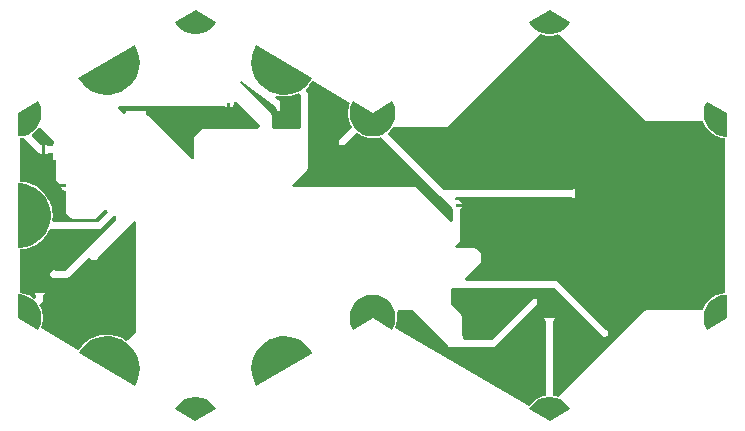
<source format=gbr>
%FSTAX23Y23*%
%MOIN*%
%SFA1B1*%

%IPPOS*%
%AMD21*
4,1,8,-0.019700,0.000000,-0.019700,0.000000,0.000000,-0.019700,0.000000,-0.019700,0.019700,0.000000,0.019700,0.000000,0.000000,0.019700,0.000000,0.019700,-0.019700,0.000000,0.0*
1,1,0.039370,0.000000,0.000000*
1,1,0.039370,0.000000,0.000000*
1,1,0.039370,0.000000,0.000000*
1,1,0.039370,0.000000,0.000000*
%
%AMD28*
4,1,8,-0.009800,0.017100,-0.009800,0.017100,-0.017100,-0.009800,-0.017100,-0.009800,0.009900,-0.017100,0.009900,-0.017100,0.017100,0.009800,0.017100,0.009800,-0.009800,0.017100,0.0*
1,1,0.039370,0.000000,0.000000*
1,1,0.039370,0.000000,0.000000*
1,1,0.039370,0.000000,0.000000*
1,1,0.039370,0.000000,0.000000*
%
%AMD29*
4,1,8,-0.009800,-0.017100,-0.009800,-0.017100,0.017100,-0.009800,0.017100,-0.009800,0.009800,0.017100,0.009800,0.017100,-0.017100,0.009800,-0.017100,0.009800,-0.009800,-0.017100,0.0*
1,1,0.039370,0.000000,0.000000*
1,1,0.039370,0.000000,0.000000*
1,1,0.039370,0.000000,0.000000*
1,1,0.039370,0.000000,0.000000*
%
%ADD19R,0.025197X0.035039*%
G04~CAMADD=21~8~0.0~0.0~393.7~393.7~196.9~0.0~15~0.0~0.0~0.0~0.0~0~0.0~0.0~0.0~0.0~0~0.0~0.0~0.0~90.0~394.0~393.0*
%ADD21D21*%
G04~CAMADD=28~8~0.0~0.0~393.7~393.7~196.9~0.0~15~0.0~0.0~0.0~0.0~0~0.0~0.0~0.0~0.0~0~0.0~0.0~0.0~30.0~392.0~392.0*
%ADD28D28*%
G04~CAMADD=29~8~0.0~0.0~393.7~393.7~196.9~0.0~15~0.0~0.0~0.0~0.0~0~0.0~0.0~0.0~0.0~0~0.0~0.0~0.0~150.0~392.0~392.0*
%ADD29D29*%
%ADD31C,0.011811*%
%ADD32C,0.035000*%
%ADD33C,0.028000*%
%ADD34C,0.061811*%
%ADD35R,0.061811X0.061811*%
%ADD36C,0.015748*%
%ADD38R,0.033465X0.011811*%
%ADD39R,0.074803X0.015750*%
%ADD40R,0.031496X0.037401*%
%ADD41R,0.224409X0.224409*%
%ADD42R,0.019685X0.035433*%
%ADD43R,0.011811X0.033465*%
%ADD44R,0.035039X0.025197*%
%ADD45R,0.043000X0.055000*%
%ADD46R,0.055000X0.043000*%
%ADD47R,0.023622X0.031496*%
G36*
X00648Y00644D02*
X00645Y00638D01*
X00636Y00628*
X00626Y00619*
X00614Y00612*
X00601Y00607*
X00588Y00604*
X00574Y00604*
X0056Y00607*
X00547Y00612*
X00535Y00619*
X00525Y00628*
X00516Y00639*
X00513Y00645*
X00581Y00684*
X00648Y00644*
G37*
G36*
X-00532D02*
X-00535Y00638D01*
X-00544Y00628*
X-00554Y00619*
X-00566Y00612*
X-00579Y00607*
X-00593Y00604*
X-00606Y00604*
X-0062Y00607*
X-00633Y00612*
X-00645Y00619*
X-00655Y00628*
X-00664Y00639*
X-00667Y00645*
X-00599Y00684*
X-00532Y00644*
G37*
G36*
X-0021Y00459D02*
X-00214Y00451D01*
X-00224Y00437*
X-00237Y00426*
X-00251Y00416*
X-00267Y00409*
X-00284Y00404*
X-00301Y00402*
X-00318Y00403*
X-00335Y00407*
X-00351Y00413*
X-00366Y00422*
X-00379Y00432*
X-00391Y00445*
X-004Y0046*
X-00407Y00476*
X-00411Y00492*
X-00413Y0051*
X-00412Y00527*
X-00408Y00544*
X-00402Y0056*
X-00397Y00567*
X-0021Y00459*
G37*
G36*
X-00797Y00559D02*
X-00791Y00543D01*
X-00787Y00527*
X-00786Y00509*
X-00788Y00492*
X-00792Y00475*
X-00799Y0046*
X-00808Y00445*
X-0082Y00432*
X-00833Y00421*
X-00848Y00413*
X-00864Y00407*
X-00881Y00403*
X-00898Y00402*
X-00915Y00404*
X-00932Y00409*
X-00948Y00416*
X-00962Y00426*
X-00975Y00437*
X-00985Y00451*
X-0099Y00459*
X-00802Y00567*
X-00797Y00559*
G37*
G36*
X-00386Y00303D02*
X-00386Y00295D01*
X-00393Y0029*
X-00398*
X-00402Y00289*
X-00574*
X-00578Y00288*
X-00581Y00285*
X-00599Y00267*
X-00602Y00264*
X-00603Y00259*
Y0019*
X-00611Y00187*
X-00752Y00329*
X-00756Y00331*
X-0076Y00332*
X-00765Y00337*
Y00347*
X-0083*
Y00341*
X-00838Y00337*
X-00858Y00358*
X-00855Y00365*
X-00503*
X-00499Y00361*
X-00493Y00359*
Y00376*
X-00483*
Y00359*
X-00478Y00361*
X-00473Y00366*
X-00471Y00373*
Y00377*
X-00463Y0038*
X-00386Y00303*
G37*
G36*
X00558Y00602D02*
X00559Y00602D01*
X00559Y00602*
X00573Y00599*
X00573Y00599*
X00574Y00599*
X00588Y00599*
X00588Y00599*
X00588Y00599*
X00602Y00602*
X00602Y00602*
X00603Y00602*
X0061Y00604*
X00898Y00317*
X00902Y00314*
X00906Y00314*
X01093*
X01096Y00306*
X01096Y00306*
X01097Y00305*
X01103Y00293*
X01104Y00293*
X01104Y00292*
X01113Y00282*
X01113Y00282*
X01114Y00281*
X01124Y00272*
X01125Y00272*
X01125Y00272*
X01137Y00265*
X01137Y00265*
X01138Y00265*
X01151Y0026*
X01151Y0026*
X01152Y0026*
X01164Y00258*
Y-00258*
X01152Y-0026*
X01151Y-00261*
X01151Y-0026*
X01138Y-00265*
X01137Y-00265*
X01137Y-00265*
X01125Y-00272*
X01125Y-00272*
X01124Y-00273*
X01113Y-00281*
X01113Y-00282*
X01113Y-00282*
X01104Y-00293*
X01104Y-00293*
X01103Y-00293*
X01096Y-00305*
X01096Y-00306*
X01096Y-00306*
X01093Y-00314*
X00906*
X00902Y-00314*
X00898Y-00317*
X0061Y-00605*
X00603Y-00602*
X00602Y-00602*
X00602Y-00602*
X00592Y-006*
Y-00351*
X00596Y-00347*
X00598Y-00342*
X00563*
X00565Y-00347*
X00569Y-00351*
Y-006*
X00559Y-00602*
X00559Y-00602*
X00558Y-00602*
X00545Y-00607*
X00545Y-00607*
X00544Y-00607*
X00533Y-00614*
X00532Y-00614*
X00532Y-00615*
X00521Y-00624*
X00521Y-00624*
X00521Y-00624*
X00513Y-00634*
X00065Y-00375*
X00069Y-00364*
X00069Y-00363*
X0007Y-00363*
X00072Y-00349*
X00072Y-00349*
X00072Y-00348*
X00072Y-00335*
X00072Y-00334*
X00072Y-00334*
X00071Y-00324*
X00076Y-00317*
X00077Y-00316*
X00124*
X00243Y-00434*
X00246Y-00437*
X0025Y-00438*
Y-00438*
X00392*
X00392Y-00438*
X00396Y-00437*
X004Y-00434*
X0054Y-00294*
Y-00279*
X00524*
X00388Y-00415*
X00295*
X00295Y-00415*
X00291Y-00408*
X00291Y-00406*
Y-00401*
X0029Y-00397*
Y-0034*
X00289Y-00335*
X00286Y-00332*
Y-00332*
X00251Y-00296*
Y-00248*
X00257Y-00242*
X00262*
X00266Y-00241*
X00597*
X00752Y-00396*
X00754Y-004*
X00757Y-00403*
X00762Y-00405*
X00767*
X00772Y-00403*
X00775Y-004*
X00777Y-00395*
Y-0039*
X00775Y-00385*
X00772Y-00382*
X00768Y-0038*
X00609Y-00222*
X00606Y-00219*
X00601Y-00218*
X00601*
X00301*
X00298Y-00211*
X00349Y-00159*
Y-00159*
X00352Y-00156*
X00353Y-00152*
Y-0013*
X00352Y-00125*
X00349Y-00122*
Y-00122*
X0034Y-00113*
X00337Y-0011*
X00332Y-00109*
X00332*
X00269*
X00266Y-00102*
X00278Y-00089*
X00281Y-00086*
X00282Y-00082*
Y-00082*
Y00021*
X00286Y00025*
X00288Y0003*
X0027*
Y0004*
X00288*
X00286Y00045*
X00281Y0005*
X00274Y00053*
X00267*
X00267Y00054*
X0027Y00061*
X00655*
X00659Y00057*
X00664Y00055*
Y00072*
Y0009*
X00659Y00088*
X00655Y00084*
X0023*
X00215Y00098*
X00043Y0027*
X00044Y00278*
X00048Y00281*
X00048Y00282*
X00048Y00282*
X00057Y00293*
X00057Y00293*
X00058Y00293*
X00058Y00294*
X00235*
X00235Y00294*
X0024Y00294*
X00243Y00297*
X00551Y00605*
X00558Y00602*
G37*
G36*
X-00331Y00363D02*
Y0036D01*
X-00328Y00353*
X-00323Y00348*
X-00318Y00346*
Y00363*
Y00381*
X-00334Y00393*
X-00331Y004*
X-00319Y00398*
X-00319Y00398*
X-00318Y00398*
X-00301Y00397*
X-00301Y00397*
X-003Y00397*
X-00283Y00399*
X-00283Y00399*
X-00282Y00399*
X-00266Y00404*
X-00265Y00404*
X-00265Y00404*
X-00255Y00409*
X-00249Y00402*
Y00292*
X-00256Y0029*
X-0034*
X-00346Y00296*
Y00333*
Y00333*
X-00347Y00337*
X-00349Y00341*
X-00452Y00444*
X-00447Y00449*
X-00331Y00363*
G37*
G36*
X-00009Y00343D02*
X00056Y00381D01*
X00059Y00375*
X00064Y00362*
X00067Y00348*
X00067Y00335*
X00065Y00321*
X0006Y00308*
X00053Y00296*
X00044Y00286*
X00034Y00277*
X00022Y0027*
X00009Y00266*
X-00004Y00264*
X-00009Y00264*
X-00014Y00264*
X-00027Y00266*
X-00041Y0027*
X-00053Y00277*
X-00063Y00286*
X-00072Y00296*
X-00079Y00308*
X-00084Y00321*
X-00086Y00335*
X-00086Y00348*
X-00083Y00362*
X-00078Y00375*
X-00075Y00381*
X-00009Y00343*
G37*
G36*
X-01121Y00375D02*
X-01116Y00362D01*
X-01113Y00348*
X-01113Y00335*
X-01115Y00321*
X-0112Y00308*
X-01127Y00296*
X-01136Y00286*
X-01146Y00277*
X-01158Y0027*
X-01171Y00266*
X-01185Y00264*
X-01192Y00264*
Y00342*
X-01124Y00381*
X-01121Y00375*
G37*
G36*
X01173Y00341D02*
X01173Y00263D01*
X01166Y00263*
X01153Y00265*
X0114Y0027*
X01128Y00277*
X01117Y00285*
X01108Y00296*
X01101Y00308*
X01097Y00321*
X01094Y00334*
X01094Y00348*
X01097Y00362*
X01102Y00375*
X01106Y0038*
X01173Y00341*
G37*
G36*
X-01114Y00292D02*
X-01114Y0029D01*
X-01111Y00287*
X-01074Y0025*
X-01071Y00247*
X-0107Y00247*
X-01071Y00239*
X-01074*
Y00231*
X-0109*
X-01094Y00235*
X-011Y00237*
Y00219*
Y00202*
X-01094Y00204*
X-0109Y00208*
X-01074*
Y00184*
X-01065*
Y00123*
X-01065Y00123*
X-01064Y00119*
X-01062Y00116*
X-01051Y00105*
X-0103*
Y00095*
X-01048*
X-01046Y0009*
X-01041Y00085*
X-01034Y00082*
X-01032*
Y00014*
Y00014*
X-01031Y00009*
X-01029Y00006*
X-01013Y-00009*
X-01009Y-00012*
X-01005Y-00013*
X-00939*
X-00939Y-00013*
X-00935Y-00012*
X-00932Y-00009*
X-00908Y00014*
Y00014*
X-00905Y00017*
X-00905Y00018*
X-00896*
X-00892Y0001*
X-00926Y-00022*
X-01073*
X-01078Y-00016*
X-01077Y-00009*
X-01077Y-00009*
X-01076Y-00008*
X-01076Y00008*
X-01077Y00008*
X-01077Y00009*
X-01079Y00026*
X-0108Y00026*
X-01079Y00027*
X-01085Y00043*
X-01085Y00043*
X-01085Y00044*
X-01093Y00059*
X-01093Y00059*
X-01094Y0006*
X-01104Y00074*
X-01104Y00074*
X-01104Y00074*
X-01117Y00087*
X-01117Y00087*
X-01117Y00087*
X-01131Y00097*
X-01132Y00097*
X-01132Y00098*
X-01148Y00105*
X-01148Y00105*
X-01148Y00105*
X-01165Y00111*
X-01165Y00111*
X-01166Y00111*
X-01183Y00113*
X-01183Y00113*
Y00258*
X-01172Y0026*
X-01171Y00258*
X-01124Y00212*
X-01121Y00209*
X-01119Y00209*
X-01115Y00204*
X-0111Y00202*
Y00219*
Y00237*
X-01115Y00235*
X-01115Y00234*
X-01145Y00264*
X-01144Y0027*
X-01143Y00273*
X-01143Y00273*
X-01132Y00281*
X-01132Y00282*
X-01132Y00282*
X-01123Y00293*
X-01123Y00293*
X-01122Y00293*
X-01114Y00292*
G37*
G36*
X-00084Y00375D02*
X-00088Y00364D01*
X-00088Y00363*
X-00088Y00363*
X-00091Y00349*
X-00091Y00349*
X-00091Y00348*
X-00091Y00335*
X-00091Y00334*
X-00091Y00334*
X-00089Y0032*
X-00089Y0032*
X-00089Y00319*
X-00084Y00306*
X-00084Y00306*
X-00084Y00305*
X-00077Y00294*
X-00121Y00251*
Y00235*
X-00105*
X-00062Y00278*
X-00056Y00273*
X-00055Y00272*
X-00055Y00272*
X-00043Y00265*
X-00043Y00265*
X-00042Y00265*
X-00029Y0026*
X-00029Y00261*
X-00028Y0026*
X-00015Y00258*
X-00014Y00258*
X-00014Y00258*
X-00009Y00258*
X-00004Y00258*
X-00004Y00258*
X-00003Y00258*
X00009Y0026*
X0001Y00261*
X0001Y0026*
X00019Y00263*
X00199Y00083*
X00217Y00065*
X00254Y00027*
X00255Y00025*
X00259Y00021*
Y-00018*
X00259Y-00019*
X00252Y-00022*
X00137Y00092*
X00134Y00094*
X00129Y00095*
X00129*
X-00273*
X-00277Y00103*
X-0023Y0015*
X-00227Y00153*
X-00226Y00157*
Y00407*
Y00407*
X-00227Y00411*
X-0023Y00415*
X-0023Y00415*
X-0023Y00415*
X-00229Y00426*
X-00221Y00433*
X-00221Y00434*
X-0022Y00434*
X-0021Y00448*
X-00209Y00448*
X-00084Y00375*
G37*
G36*
X-00864Y-00003D02*
Y-00015D01*
X-01034Y-00185*
X-01063*
X-01067Y-00183*
X-01072*
X-01077Y-00185*
X-01081Y-00189*
X-01083Y-00193*
Y-00199*
X-01081Y-00203*
X-01077Y-00207*
X-01072Y-00209*
X-01067*
X-01063Y-00207*
X-01029*
X-01025Y-00206*
X-01021Y-00204*
X-00959Y-00141*
X-0095Y-00143*
X-00949Y-00144*
X-00946Y-00147*
X-00941Y-00149*
X-00936*
X-00931Y-00147*
X-00928Y-00144*
X-00926Y-0014*
X-00804Y-00018*
X-00797Y-00021*
Y-00387*
X-00823Y-00414*
X-0083Y-00417*
X-00845Y-00408*
X-00846Y-00408*
X-00846Y-00408*
X-00862Y-00402*
X-00862Y-00402*
X-00863Y-00401*
X-0088Y-00398*
X-0088Y-00398*
X-00881Y-00398*
X-00898Y-00397*
X-00898Y-00397*
X-00899Y-00397*
X-00916Y-00399*
X-00916Y-00399*
X-00917Y-00399*
X-00933Y-00404*
X-00934Y-00404*
X-00934Y-00404*
X-0095Y-00411*
X-0095Y-00412*
X-00951Y-00412*
X-00965Y-00421*
X-00965Y-00422*
X-00966Y-00422*
X-00978Y-00433*
X-00978Y-00434*
X-00979Y-00434*
X-00989Y-00448*
X-0099Y-00448*
X-01115Y-00375*
X-01111Y-00364*
X-01111Y-00363*
X-01111Y-00363*
X-01108Y-00349*
X-01108Y-00349*
X-01108Y-00348*
X-01108Y-00335*
X-01108Y-00334*
X-01108Y-00334*
X-0111Y-0032*
X-0111Y-0032*
X-0111Y-00319*
X-01115Y-00306*
X-01115Y-00306*
X-01115Y-00305*
X-0112Y-00297*
X-0111Y-00288*
X-01108Y-00284*
X-01107Y-0028*
Y-00267*
X-01103Y-00263*
X-01101Y-00258*
X-01135*
X-01133Y-00263*
X-0113Y-00266*
X-0113Y-00273*
X-01137Y-00278*
X-01143Y-00272*
X-01143Y-00272*
X-01144Y-00272*
X-01156Y-00265*
X-01156Y-00265*
X-01157Y-00265*
X-0117Y-0026*
X-0117Y-0026*
X-01171Y-0026*
X-01183Y-00258*
Y-00114*
X-01183Y-00113*
X-01166Y-00111*
X-01165Y-00111*
X-01165Y-00111*
X-01148Y-00106*
X-01148Y-00105*
X-01148Y-00105*
X-01132Y-00098*
X-01132Y-00097*
X-01131Y-00097*
X-01117Y-00087*
X-01117Y-00087*
X-01117Y-00087*
X-01104Y-00075*
X-01104Y-00074*
X-01104Y-00074*
X-01094Y-0006*
X-01093Y-0006*
X-01093Y-0006*
X-01085Y-00045*
X-00921*
X-00921*
X-00917Y-00044*
X-00913Y-00041*
X-00872Y0*
X-00864Y-00003*
G37*
G36*
X-01166Y00105D02*
X-0115Y001D01*
X-01135Y00093*
X-0112Y00083*
X-01108Y00071*
X-01098Y00057*
X-0109Y00041*
X-01085Y00025*
X-01082Y00008*
X-01082Y-00008*
X-01085Y-00025*
X-0109Y-00042*
X-01098Y-00057*
X-01108Y-00071*
X-01121Y-00083*
X-01135Y-00093*
X-0115Y-00101*
X-01167Y-00106*
X-01184Y-00108*
X-01192Y-00108*
X-01192Y00108*
X-01184Y00108*
X-01166Y00105*
G37*
G36*
X00009Y-00266D02*
X00022Y-0027D01*
X00034Y-00277*
X00044Y-00286*
X00053Y-00296*
X0006Y-00308*
X00065Y-00321*
X00067Y-00335*
X00067Y-00348*
X00064Y-00362*
X00059Y-00375*
X00056Y-00381*
X-00009Y-00343*
X-00075Y-00381*
X-00078Y-00375*
X-00083Y-00362*
X-00086Y-00348*
X-00086Y-00335*
X-00084Y-00321*
X-00079Y-00308*
X-00072Y-00296*
X-00063Y-00286*
X-00053Y-00277*
X-00041Y-0027*
X-00027Y-00266*
X-00014Y-00264*
X-00009Y-00264*
X-00004Y-00264*
X00009Y-00266*
G37*
G36*
X-01171Y-00265D02*
X-01158Y-0027D01*
X-01146Y-00277*
X-01136Y-00285*
X-01127Y-00296*
X-0112Y-00308*
X-01115Y-00321*
X-01113Y-00334*
X-01113Y-00348*
X-01116Y-00362*
X-01121Y-00375*
X-01124Y-0038*
X-01192Y-00341*
X-01192Y-00263*
X-01185Y-00263*
X-01171Y-00265*
G37*
G36*
X01173Y-00264D02*
D01*
Y-00342*
X01105Y-00381*
X01102Y-00375*
X01097Y-00362*
X01094Y-00348*
X01094Y-00335*
X01096Y-00321*
X01101Y-00308*
X01108Y-00296*
X01117Y-00286*
X01128Y-00277*
X0114Y-0027*
X01153Y-00266*
X01166Y-00264*
X01173Y-00264*
G37*
G36*
X00056Y-00381D02*
D01*
G37*
G36*
X-00284Y-00404D02*
X-00267Y-00409D01*
X-00251Y-00416*
X-00237Y-00426*
X-00224Y-00437*
X-00214Y-00451*
X-00209Y-00459*
X-00397Y-00567*
X-00402Y-00559*
X-00408Y-00543*
X-00412Y-00527*
X-00413Y-00509*
X-00411Y-00492*
X-00407Y-00475*
X-004Y-0046*
X-00391Y-00445*
X-00379Y-00432*
X-00366Y-00421*
X-00351Y-00413*
X-00335Y-00407*
X-00318Y-00403*
X-00301Y-00402*
X-00284Y-00404*
G37*
G36*
X-00881Y-00403D02*
X-00864Y-00407D01*
X-00848Y-00413*
X-00833Y-00422*
X-0082Y-00432*
X-00808Y-00445*
X-00799Y-0046*
X-00792Y-00476*
X-00788Y-00492*
X-00786Y-0051*
X-00787Y-00527*
X-00791Y-00544*
X-00797Y-0056*
X-00802Y-00567*
X-00989Y-00459*
X-00985Y-00451*
X-00975Y-00437*
X-00962Y-00426*
X-00948Y-00416*
X-00932Y-00409*
X-00915Y-00404*
X-00898Y-00402*
X-00881Y-00403*
G37*
G36*
X00587Y-00604D02*
X00601Y-00607D01*
X00614Y-00612*
X00626Y-00619*
X00636Y-00628*
X00645Y-00639*
X00648Y-00645*
X00581Y-00684*
X00513Y-00644*
X00516Y-00638*
X00525Y-00628*
X00535Y-00619*
X00547Y-00612*
X0056Y-00607*
X00574Y-00604*
X00587Y-00604*
G37*
G36*
X-00593D02*
X-00579Y-00607D01*
X-00566Y-00612*
X-00554Y-00619*
X-00544Y-00628*
X-00535Y-00639*
X-00532Y-00645*
X-006Y-00684*
X-00667Y-00644*
X-00664Y-00638*
X-00655Y-00628*
X-00645Y-00619*
X-00633Y-00612*
X-0062Y-00607*
X-00606Y-00604*
X-00593Y-00604*
G37*
M02*
</source>
